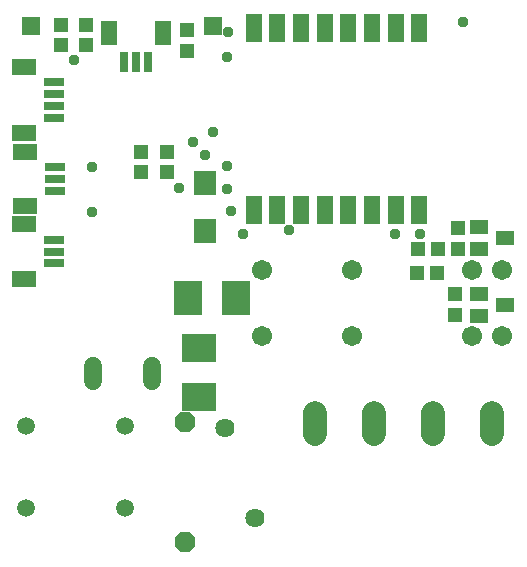
<source format=gbr>
G04 EAGLE Gerber X2 export*
%TF.Part,Single*%
%TF.FileFunction,Soldermask,Top,1*%
%TF.FilePolarity,Negative*%
%TF.GenerationSoftware,Autodesk,EAGLE,9.1.3*%
%TF.CreationDate,2018-09-20T23:52:22Z*%
G75*
%MOMM*%
%FSLAX34Y34*%
%LPD*%
%AMOC8*
5,1,8,0,0,1.08239X$1,22.5*%
G01*
%ADD10C,1.711200*%
%ADD11R,1.603200X1.203200*%
%ADD12R,1.203200X1.303200*%
%ADD13C,1.511200*%
%ADD14R,1.511200X1.511200*%
%ADD15R,1.973200X2.003200*%
%ADD16R,1.403200X2.489200*%
%ADD17R,1.303200X1.203200*%
%ADD18C,1.625600*%
%ADD19C,1.993900*%
%ADD20P,1.869504X8X292.500000*%
%ADD21R,2.997200X2.489200*%
%ADD22R,2.489200X2.997200*%
%ADD23R,1.753200X0.803200*%
%ADD24R,2.003200X1.403200*%
%ADD25R,0.803200X1.753200*%
%ADD26R,1.403200X2.003200*%
%ADD27C,1.511200*%
%ADD28C,0.959600*%


D10*
X224634Y179610D03*
X300834Y179610D03*
X402434Y179610D03*
X427834Y179610D03*
D11*
X430085Y205755D03*
X408085Y196255D03*
X408085Y215255D03*
D12*
X355789Y232370D03*
X372789Y232370D03*
D13*
X81354Y154276D02*
X81354Y141196D01*
X131354Y141196D02*
X131354Y154276D01*
D14*
X29354Y441736D03*
X183354Y441736D03*
D15*
X176344Y309251D03*
X176344Y268411D03*
D16*
X357544Y439825D03*
X337544Y439825D03*
X317544Y439825D03*
X297544Y439825D03*
X277544Y439825D03*
X257544Y439825D03*
X237544Y439825D03*
X217544Y439825D03*
X357544Y285985D03*
X337544Y285985D03*
X317544Y285985D03*
X297544Y285985D03*
X277544Y285985D03*
X257544Y285985D03*
X237544Y285985D03*
X217544Y285985D03*
D17*
X122417Y335302D03*
X122417Y318302D03*
X161156Y438090D03*
X161156Y421090D03*
X144010Y334901D03*
X144010Y317901D03*
D10*
X224258Y235388D03*
X300458Y235388D03*
X402058Y235388D03*
X427458Y235388D03*
D11*
X430276Y262248D03*
X408276Y252748D03*
X408276Y271748D03*
D12*
X356243Y253092D03*
X373243Y253092D03*
D17*
X390560Y253503D03*
X390560Y270503D03*
X388136Y197571D03*
X388136Y214571D03*
D18*
X218657Y25108D03*
X193257Y101308D03*
D19*
X269133Y96494D02*
X269133Y114401D01*
X319133Y114401D02*
X319133Y96494D01*
X369133Y96494D02*
X369133Y114401D01*
X419133Y114401D02*
X419133Y96494D01*
D20*
X159613Y106222D03*
X159613Y4622D03*
D21*
X170796Y168954D03*
X170796Y128034D03*
D22*
X161576Y211562D03*
X202496Y211562D03*
D23*
X48584Y240905D03*
X48584Y250905D03*
X48584Y260905D03*
D24*
X23334Y273905D03*
X23334Y227905D03*
D23*
X49013Y302574D03*
X49013Y312574D03*
X49013Y322574D03*
D24*
X23763Y335574D03*
X23763Y289574D03*
D17*
X53998Y425405D03*
X53998Y442405D03*
X75205Y442401D03*
X75205Y425401D03*
D25*
X107945Y411076D03*
X117945Y411076D03*
X127945Y411076D03*
D26*
X140945Y436326D03*
X94945Y436326D03*
D23*
X48676Y364340D03*
X48676Y374340D03*
X48676Y384340D03*
X48676Y394340D03*
D24*
X23426Y407340D03*
X23426Y351340D03*
D27*
X24941Y103545D03*
X108941Y103545D03*
X108941Y33545D03*
X24941Y33545D03*
D28*
X194998Y323072D03*
X247210Y269282D03*
X166294Y343522D03*
X394343Y445642D03*
X196084Y436958D03*
X208193Y266132D03*
X337308Y265509D03*
X182619Y352312D03*
X65617Y412724D03*
X357891Y265509D03*
X176519Y332759D03*
X194469Y303519D03*
X154428Y304659D03*
X194639Y415276D03*
X198239Y285595D03*
X80756Y322131D03*
X80903Y284605D03*
M02*

</source>
